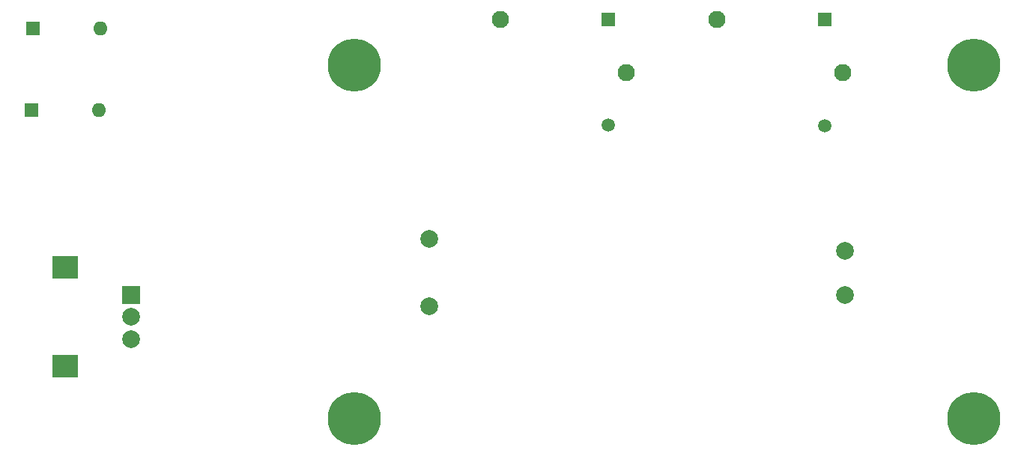
<source format=gbr>
%TF.GenerationSoftware,KiCad,Pcbnew,7.0.7*%
%TF.CreationDate,2023-12-17T16:56:00-07:00*%
%TF.ProjectId,Blank Cu Board,426c616e-6b20-4437-9520-426f6172642e,rev?*%
%TF.SameCoordinates,Original*%
%TF.FileFunction,Copper,L2,Bot*%
%TF.FilePolarity,Positive*%
%FSLAX46Y46*%
G04 Gerber Fmt 4.6, Leading zero omitted, Abs format (unit mm)*
G04 Created by KiCad (PCBNEW 7.0.7) date 2023-12-17 16:56:00*
%MOMM*%
%LPD*%
G01*
G04 APERTURE LIST*
%TA.AperFunction,ComponentPad*%
%ADD10C,2.000000*%
%TD*%
%TA.AperFunction,ComponentPad*%
%ADD11R,1.600000X1.600000*%
%TD*%
%TA.AperFunction,ComponentPad*%
%ADD12O,1.600000X1.600000*%
%TD*%
%TA.AperFunction,ComponentPad*%
%ADD13R,1.500000X1.500000*%
%TD*%
%TA.AperFunction,ComponentPad*%
%ADD14C,1.950000*%
%TD*%
%TA.AperFunction,ComponentPad*%
%ADD15C,1.500000*%
%TD*%
%TA.AperFunction,ComponentPad*%
%ADD16C,6.000000*%
%TD*%
%TA.AperFunction,ComponentPad*%
%ADD17R,2.000000X2.000000*%
%TD*%
%TA.AperFunction,ComponentPad*%
%ADD18R,3.000000X2.500000*%
%TD*%
G04 APERTURE END LIST*
D10*
%TO.P,PS1,1,N*%
%TO.N,unconnected-(PS1-N-Pad1)*%
X190320000Y-94480000D03*
%TO.P,PS1,2,L*%
%TO.N,Net-(K1-COM)*%
X190320000Y-99480000D03*
%TO.P,PS1,3,5V+*%
%TO.N,Net-(PS1-5V+)*%
X143330000Y-100790000D03*
%TO.P,PS1,4,5V-*%
%TO.N,GND*%
X143320000Y-93170000D03*
%TD*%
D11*
%TO.P,D2,1,K*%
%TO.N,unconnected-(D2-K-Pad1)*%
X98347500Y-78620000D03*
D12*
%TO.P,D2,2,A*%
%TO.N,unconnected-(D2-A-Pad2)*%
X105967500Y-78620000D03*
%TD*%
D13*
%TO.P,K1,1,COIL_1*%
%TO.N,GND*%
X188000000Y-68360000D03*
D14*
%TO.P,K1,2,NO*%
%TO.N,unconnected-(K1-NO-Pad2)*%
X175800000Y-68360000D03*
D15*
%TO.P,K1,3,COIL_2*%
%TO.N,Net-(K1-COIL_2)*%
X188000000Y-80360000D03*
D14*
%TO.P,K1,4,COM*%
%TO.N,Net-(K1-COM)*%
X190000000Y-74360000D03*
%TD*%
D13*
%TO.P,K2,1,COIL_1*%
%TO.N,Net-(K2-COIL_1)*%
X163570000Y-68320000D03*
D14*
%TO.P,K2,2,NO*%
%TO.N,unconnected-(K2-NO-Pad2)*%
X151370000Y-68320000D03*
D15*
%TO.P,K2,3,COIL_2*%
%TO.N,GND*%
X163570000Y-80320000D03*
D14*
%TO.P,K2,4,COM*%
%TO.N,Net-(K1-COM)*%
X165570000Y-74320000D03*
%TD*%
D11*
%TO.P,D1,1,K*%
%TO.N,unconnected-(D1-K-Pad1)*%
X98505000Y-69330000D03*
D12*
%TO.P,D1,2,A*%
%TO.N,unconnected-(D1-A-Pad2)*%
X106125000Y-69330000D03*
%TD*%
D16*
%TO.P,DS1,MH1,MH1*%
%TO.N,unconnected-(DS1-PadMH1)*%
X204830000Y-73480000D03*
%TO.P,DS1,MH2,MH2*%
%TO.N,unconnected-(DS1-PadMH2)*%
X204830000Y-113480000D03*
%TO.P,DS1,MH3,MH3*%
%TO.N,unconnected-(DS1-PadMH3)*%
X134830000Y-113480000D03*
%TO.P,DS1,MH4,MH4*%
%TO.N,unconnected-(DS1-PadMH4)*%
X134830000Y-73480000D03*
%TD*%
D17*
%TO.P,SW1,A,A*%
%TO.N,Net-(U1-PD2)*%
X109640000Y-99490000D03*
D10*
%TO.P,SW1,B,B*%
%TO.N,Net-(U1-PD4)*%
X109640000Y-104490000D03*
%TO.P,SW1,C,C*%
%TO.N,Net-(U1-PD3)*%
X109640000Y-101990000D03*
D18*
%TO.P,SW1,MP*%
%TO.N,N/C*%
X102140000Y-107590000D03*
X102140000Y-96390000D03*
%TD*%
M02*

</source>
